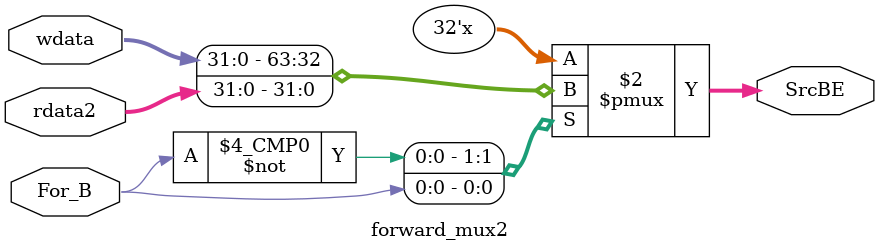
<source format=sv>
module forward_mux2(
  input  logic [31:0] rdata2, wdata,
  input  logic For_B,
  output logic [31:0] SrcBE
);
always_comb begin
    case (For_B)
        1'b0 : SrcBE = wdata;
        1'b1 : SrcBE = rdata2;
    default  : SrcBE = rdata2;
    endcase
end

endmodule
</source>
